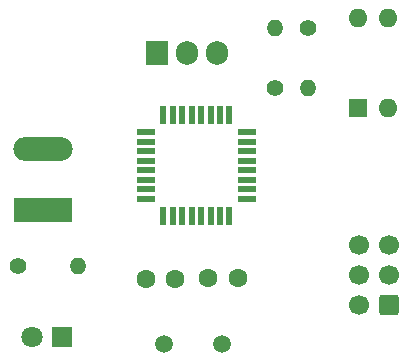
<source format=gbr>
%TF.GenerationSoftware,KiCad,Pcbnew,7.0.7*%
%TF.CreationDate,2023-09-16T19:14:59-07:00*%
%TF.ProjectId,IntroProjectFall2023,496e7472-6f50-4726-9f6a-65637446616c,rev?*%
%TF.SameCoordinates,Original*%
%TF.FileFunction,Soldermask,Top*%
%TF.FilePolarity,Negative*%
%FSLAX46Y46*%
G04 Gerber Fmt 4.6, Leading zero omitted, Abs format (unit mm)*
G04 Created by KiCad (PCBNEW 7.0.7) date 2023-09-16 19:14:59*
%MOMM*%
%LPD*%
G01*
G04 APERTURE LIST*
G04 Aperture macros list*
%AMRoundRect*
0 Rectangle with rounded corners*
0 $1 Rounding radius*
0 $2 $3 $4 $5 $6 $7 $8 $9 X,Y pos of 4 corners*
0 Add a 4 corners polygon primitive as box body*
4,1,4,$2,$3,$4,$5,$6,$7,$8,$9,$2,$3,0*
0 Add four circle primitives for the rounded corners*
1,1,$1+$1,$2,$3*
1,1,$1+$1,$4,$5*
1,1,$1+$1,$6,$7*
1,1,$1+$1,$8,$9*
0 Add four rect primitives between the rounded corners*
20,1,$1+$1,$2,$3,$4,$5,0*
20,1,$1+$1,$4,$5,$6,$7,0*
20,1,$1+$1,$6,$7,$8,$9,0*
20,1,$1+$1,$8,$9,$2,$3,0*%
G04 Aperture macros list end*
%ADD10R,1.905000X2.000000*%
%ADD11O,1.905000X2.000000*%
%ADD12RoundRect,0.250000X0.600000X0.600000X-0.600000X0.600000X-0.600000X-0.600000X0.600000X-0.600000X0*%
%ADD13C,1.700000*%
%ADD14C,1.500000*%
%ADD15R,1.600000X1.600000*%
%ADD16O,1.600000X1.600000*%
%ADD17R,1.600000X0.550000*%
%ADD18R,0.550000X1.600000*%
%ADD19C,1.400000*%
%ADD20O,1.400000X1.400000*%
%ADD21C,1.600000*%
%ADD22R,5.020000X2.020000*%
%ADD23O,5.020000X2.020000*%
%ADD24R,1.800000X1.800000*%
%ADD25C,1.800000*%
G04 APERTURE END LIST*
D10*
%TO.C,U2*%
X150460000Y-81830000D03*
D11*
X153000000Y-81830000D03*
X155540000Y-81830000D03*
%TD*%
D12*
%TO.C,J1*%
X170052500Y-103105000D03*
D13*
X167512500Y-103105000D03*
X170052500Y-100565000D03*
X167512500Y-100565000D03*
X170052500Y-98025000D03*
X167512500Y-98025000D03*
%TD*%
D14*
%TO.C,Y1*%
X155930000Y-106400000D03*
X151050000Y-106400000D03*
%TD*%
D15*
%TO.C,SW1*%
X167420000Y-86440000D03*
D16*
X169960000Y-86440000D03*
X169960000Y-78820000D03*
X167420000Y-78820000D03*
%TD*%
D17*
%TO.C,U1*%
X149500000Y-88530000D03*
X149500000Y-89330000D03*
X149500000Y-90130000D03*
X149500000Y-90930000D03*
X149500000Y-91730000D03*
X149500000Y-92530000D03*
X149500000Y-93330000D03*
X149500000Y-94130000D03*
D18*
X150950000Y-95580000D03*
X151750000Y-95580000D03*
X152550000Y-95580000D03*
X153350000Y-95580000D03*
X154150000Y-95580000D03*
X154950000Y-95580000D03*
X155750000Y-95580000D03*
X156550000Y-95580000D03*
D17*
X158000000Y-94130000D03*
X158000000Y-93330000D03*
X158000000Y-92530000D03*
X158000000Y-91730000D03*
X158000000Y-90930000D03*
X158000000Y-90130000D03*
X158000000Y-89330000D03*
X158000000Y-88530000D03*
D18*
X156550000Y-87080000D03*
X155750000Y-87080000D03*
X154950000Y-87080000D03*
X154150000Y-87080000D03*
X153350000Y-87080000D03*
X152550000Y-87080000D03*
X151750000Y-87080000D03*
X150950000Y-87080000D03*
%TD*%
D19*
%TO.C,R3*%
X138650000Y-99860000D03*
D20*
X143730000Y-99860000D03*
%TD*%
D21*
%TO.C,C2*%
X157240000Y-100820000D03*
X154740000Y-100820000D03*
%TD*%
D22*
%TO.C,J2*%
X140790000Y-95090000D03*
D23*
X140790000Y-89910000D03*
%TD*%
D21*
%TO.C,C1*%
X151960000Y-100950000D03*
X149460000Y-100950000D03*
%TD*%
D24*
%TO.C,D1*%
X142335000Y-105840000D03*
D25*
X139795000Y-105840000D03*
%TD*%
D19*
%TO.C,R2*%
X163220000Y-79710000D03*
D20*
X163220000Y-84790000D03*
%TD*%
D19*
%TO.C,R1*%
X160420000Y-84760000D03*
D20*
X160420000Y-79680000D03*
%TD*%
M02*

</source>
